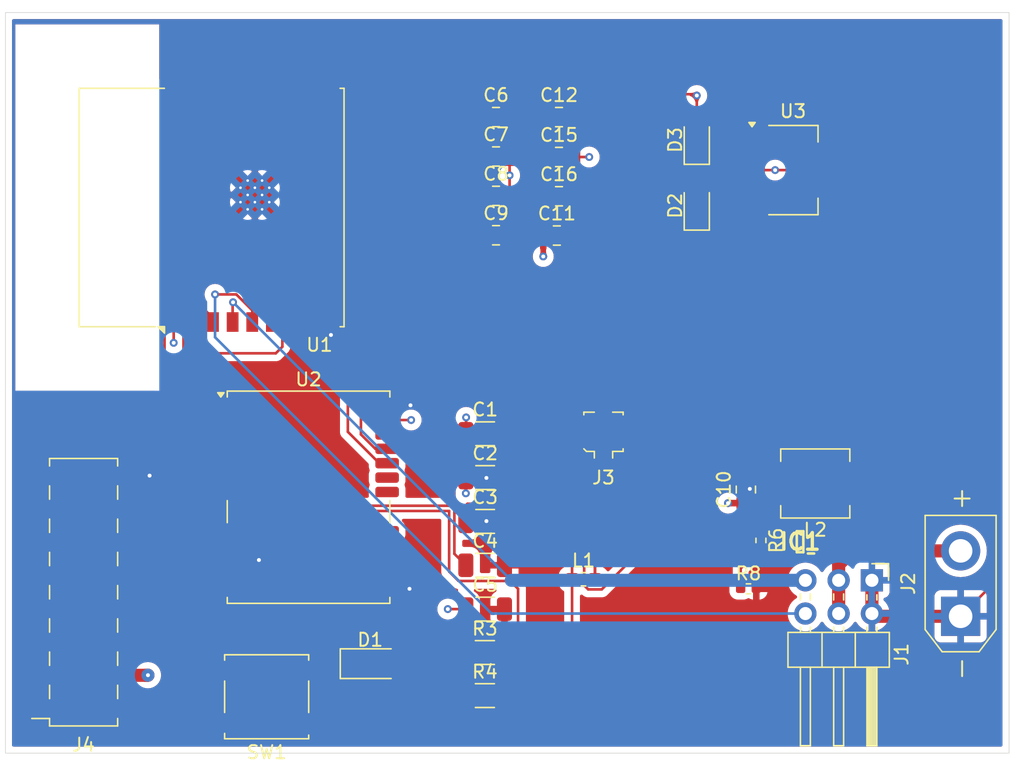
<source format=kicad_pcb>
(kicad_pcb (version 20240108) (generator "pcbnew") (generator_version "8.0")
  (layers (0 "F.Cu" signal) (1 "In1.Cu" signal "GND.Cu") (2 "In2.Cu" signal "PWR.Cu") (31 "B.Cu" signal) (34 "B.Paste" user) (35 "F.Paste" user) (36 "B.SilkS" user "B.Silkscreen") (37 "F.SilkS" user "F.Silkscreen") (38 "B.Mask" user) (39 "F.Mask" user) (44 "Edge.Cuts" user))
  (net 0 "")
  (net 1 "Net-(D2-K)")
  (net 2 "Net-(U1-EN)")
  (net 3 "VBUS")
  (net 4 "Servo2")
  (net 5 "Servo1")
  (net 6 "Net-(J3-In)")
  (net 9 "+3V3")
  (net 14 "GND")
  (net 17 "Net-(C3-Pad1)")
  (net 18 "+5V")
  (net 19 "Net-(D1-A)")
  (net 30 "UART2_RX")
  (net 31 "UART2_TX")
  (net 32 "Net-(U2-TIMEPULSE)")
  (net 33 "Net-(U2-VCC_RF)")
  (net 34 "RADIO_TX")
  (net 35 "RADIO_RX")
  (net 49 "7.4V")
  (net 50 "Net-(IC1-BST)")
  (net 51 "Net-(IC1-SW)")
  (net 52 "Net-(IC1-FB)")
  (footprint "Inductor_SMD:L_0603_1608Metric_Pad1.05x0.95mm_HandSolder" (layer "F.Cu") (at 154.565686 111.27)
    (property "Reference" "L1" (at 0 -1.43 0) (layer "F.SilkS"))
    (property "Value" "CI160808-33NJ")
    (pad "1" smd roundrect (at -0.875 0) (size 1.05 0.95) (layers "F.Cu" "F.Paste" "F.Mask") (net 17 "Net-(C3-Pad1)"))
    (pad "2" smd roundrect (at 0.875 0) (size 1.05 0.95) (layers "F.Cu" "F.Paste" "F.Mask") (net 6 "Net-(J3-In)"))
  )
  (footprint "Capacitor_SMD:C_0805_2012Metric_Pad1.18x1.45mm_HandSolder" (layer "F.Cu") (at 152.528186 85)
    (property "Reference" "C11" (at 0 -1.68 0) (layer "F.SilkS"))
    (property "Value" "22uF")
    (pad "1" smd roundrect (at -1.0375 0) (size 1.175 1.45) (layers "F.Cu" "F.Paste" "F.Mask") (roundrect_rratio 0.212766) (net 18 "+5V"))
    (pad "2" smd roundrect (at 1.0375 0) (size 1.175 1.45) (layers "F.Cu" "F.Paste" "F.Mask") (roundrect_rratio 0.212766) (net 14 "GND"))
  )
  (footprint "Connector_PinSocket_2.54mm:PinSocket_2x08_P2.54mm_Vertical_SMD" (layer "F.Cu") (at 116.385686 112.26 180)
    (property "Reference" "J4" (at 0 -11.66 0) (layer "F.SilkS"))
    (property "Value" "Conn_Radio")
    (pad "1" smd rect (at 2.52 -8.89 180) (size 3 1) (layers "F.Cu" "F.Paste" "F.Mask") (net 14 "GND"))
    (pad "2" smd rect (at -2.52 -8.89 180) (size 3 1) (layers "F.Cu" "F.Paste" "F.Mask") (net 14 "GND"))
    (pad "3" smd rect (at 2.52 -6.35 180) (size 3 1) (layers "F.Cu" "F.Paste" "F.Mask"))
    (pad "4" smd rect (at -2.52 -6.35 180) (size 3 1) (layers "F.Cu" "F.Paste" "F.Mask") (net 18 "+5V"))
    (pad "5" smd rect (at 2.52 -3.81 180) (size 3 1) (layers "F.Cu" "F.Paste" "F.Mask"))
    (pad "6" smd rect (at -2.52 -3.81 180) (size 3 1) (layers "F.Cu" "F.Paste" "F.Mask"))
    (pad "7" smd rect (at 2.52 -1.27 180) (size 3 1) (layers "F.Cu" "F.Paste" "F.Mask") (net 35 "RADIO_RX"))
    (pad "8" smd rect (at -2.52 -1.27 180) (size 3 1) (layers "F.Cu" "F.Paste" "F.Mask"))
    (pad "9" smd rect (at 2.52 1.27 180) (size 3 1) (layers "F.Cu" "F.Paste" "F.Mask") (net 34 "RADIO_TX"))
    (pad "10" smd rect (at -2.52 1.27 180) (size 3 1) (layers "F.Cu" "F.Paste" "F.Mask"))
    (pad "11" smd rect (at 2.52 3.81 180) (size 3 1) (layers "F.Cu" "F.Paste" "F.Mask"))
    (pad "12" smd rect (at -2.52 3.81 180) (size 3 1) (layers "F.Cu" "F.Paste" "F.Mask"))
    (pad "13" smd rect (at 2.52 6.35 180) (size 3 1) (layers "F.Cu" "F.Paste" "F.Mask"))
    (pad "14" smd rect (at -2.52 6.35 180) (size 3 1) (layers "F.Cu" "F.Paste" "F.Mask"))
    (pad "15" smd rect (at 2.52 8.89 180) (size 3 1) (layers "F.Cu" "F.Paste" "F.Mask"))
    (pad "16" smd rect (at -2.52 8.89 180) (size 3 1) (layers "F.Cu" "F.Paste" "F.Mask") (net 14 "GND"))
  )
  (footprint "SamacSys_Parts:SOTFL50P160X60-6N" (layer "F.Cu") (at 171.103686 108.4 180)
    (property "Reference" "IC1" (at 0 0 0) (layer "F.SilkS") (effects (font (size 1.27 1.27) (thickness 0.254))))
    (property "Value" "TPS563231DRLR" (hide yes))
    (pad "1" smd rect (at -0.838 -0.5 270) (size 0.3 0.475) (layers "F.Cu" "F.Paste" "F.Mask") (net 49 "7.4V"))
    (pad "2" smd rect (at -0.838 0 270) (size 0.3 0.475) (layers "F.Cu" "F.Paste" "F.Mask") (net 51 "Net-(IC1-SW)"))
    (pad "3" smd rect (at -0.838 0.5 270) (size 0.3 0.475) (layers "F.Cu" "F.Paste" "F.Mask") (net 14 "GND"))
    (pad "4" smd rect (at 0.838 0.5 270) (size 0.3 0.475) (layers "F.Cu" "F.Paste" "F.Mask") (net 50 "Net-(IC1-BST)"))
    (pad "5" smd rect (at 0.838 0 270) (size 0.3 0.475) (layers "F.Cu" "F.Paste" "F.Mask") (net 49 "7.4V"))
    (pad "6" smd rect (at 0.838 -0.5 270) (size 0.3 0.475) (layers "F.Cu" "F.Paste" "F.Mask") (net 52 "Net-(IC1-FB)"))
  )
  (footprint "Capacitor_SMD:C_0805_2012Metric_Pad1.18x1.45mm_HandSolder" (layer "F.Cu") (at 166.965686 104.4125 90)
    (property "Reference" "C10" (at 0 -1.68 90) (layer "F.SilkS"))
    (property "Value" "22uF")
    (pad "1" smd roundrect (at -1.0375 0 90) (size 1.175 1.45) (layers "F.Cu" "F.Paste" "F.Mask") (roundrect_rratio 0.212766) (net 18 "+5V"))
    (pad "2" smd roundrect (at 1.0375 0 90) (size 1.175 1.45) (layers "F.Cu" "F.Paste" "F.Mask") (roundrect_rratio 0.212766) (net 14 "GND"))
  )
  (footprint "Diode_SMD:D_0805_2012Metric_Pad1.15x1.40mm_HandSolder" (layer "F.Cu") (at 163.215686 82.725 90)
    (property "Reference" "D2" (at 0 -1.65 90) (layer "F.SilkS"))
    (property "Value" "D_Schottky")
    (pad "1" smd roundrect (at -1.025 0 90) (size 1.15 1.4) (layers "F.Cu" "F.Paste" "F.Mask") (roundrect_rratio 0.217391) (net 1 "Net-(D2-K)"))
    (pad "2" smd roundrect (at 1.025 0 90) (size 1.15 1.4) (layers "F.Cu" "F.Paste" "F.Mask") (roundrect_rratio 0.217391) (net 3 "VBUS"))
  )
  (footprint "Connector_Coaxial:U.FL_Molex_MCRF_73412-0110_Vertical" (layer "F.Cu") (at 156.090686 100)
    (property "Reference" "J3" (at 0 3.5 0) (layer "F.SilkS"))
    (property "Value" "Conn_Coaxial")
    (pad "1" smd rect (at 0 1.5) (size 1 1) (layers "F.Cu" "F.Paste" "F.Mask") (net 6 "Net-(J3-In)"))
    (pad "2" smd rect (at -1.475 0) (size 1.05 2.2) (layers "F.Cu" "F.Paste" "F.Mask") (net 14 "GND"))
    (pad "2" smd rect (at 0 -1.5) (size 1 1) (layers "F.Cu" "F.Paste" "F.Mask") (net 14 "GND"))
    (pad "2" smd rect (at 1.475 0) (size 1.05 2.2) (layers "F.Cu" "F.Paste" "F.Mask") (net 14 "GND"))
  )
  (footprint "RF_GPS:ublox_NEO" (layer "F.Cu") (at 133.565686 105)
    (property "Reference" "U2" (at 0 -9 0) (layer "F.SilkS"))
    (property "Value" "NEO-M9N")
    (pad "1" smd roundrect (at -6 -7) (size 1.8 0.8) (layers "F.Cu" "F.Paste" "F.Mask"))
    (pad "2" smd roundrect (at -6 -5.9) (size 1.8 0.8) (layers "F.Cu" "F.Paste" "F.Mask"))
    (pad "3" smd roundrect (at -6 -4.8) (size 1.8 0.8) (layers "F.Cu" "F.Paste" "F.Mask") (net 32 "Net-(U2-TIMEPULSE)"))
    (pad "4" smd roundrect (at -6 -3.7) (size 1.8 0.8) (layers "F.Cu" "F.Paste" "F.Mask"))
    (pad "5" smd roundrect (at -6 -2.6) (size 1.8 0.8) (layers "F.Cu" "F.Paste" "F.Mask"))
    (pad "6" smd roundrect (at -6 -1.5) (size 1.8 0.8) (layers "F.Cu" "F.Paste" "F.Mask"))
    (pad "7" smd roundrect (at -6 -0.4) (size 1.8 0.8) (layers "F.Cu" "F.Paste" "F.Mask"))
    (pad "8" smd roundrect (at -6 2.6) (size 1.8 0.8) (layers "F.Cu" "F.Paste" "F.Mask"))
    (pad "9" smd roundrect (at -6 3.7) (size 1.8 0.8) (layers "F.Cu" "F.Paste" "F.Mask") (net 33 "Net-(U2-VCC_RF)"))
    (pad "10" smd roundrect (at -6 4.8) (size 1.8 0.8) (layers "F.Cu" "F.Paste" "F.Mask") (net 14 "GND"))
    (pad "11" smd roundrect (at -6 5.9) (size 1.8 0.8) (layers "F.Cu" "F.Paste" "F.Mask") (net 6 "Net-(J3-In)"))
    (pad "12" smd roundrect (at -6 7) (size 1.8 0.8) (layers "F.Cu" "F.Paste" "F.Mask") (net 14 "GND"))
    (pad "13" smd roundrect (at 6 7) (size 1.8 0.8) (layers "F.Cu" "F.Paste" "F.Mask") (net 14 "GND"))
    (pad "14" smd roundrect (at 6 5.9) (size 1.8 0.8) (layers "F.Cu" "F.Paste" "F.Mask"))
    (pad "15" smd roundrect (at 6 4.8) (size 1.8 0.8) (layers "F.Cu" "F.Paste" "F.Mask"))
    (pad "16" smd roundrect (at 6 3.7) (size 1.8 0.8) (layers "F.Cu" "F.Paste" "F.Mask"))
    (pad "17" smd roundrect (at 6 2.6) (size 1.8 0.8) (layers "F.Cu" "F.Paste" "F.Mask"))
    (pad "18" smd roundrect (at 6 -0.4) (size 1.8 0.8) (layers "F.Cu" "F.Paste" "F.Mask"))
    (pad "19" smd roundrect (at 6 -1.5) (size 1.8 0.8) (layers "F.Cu" "F.Paste" "F.Mask"))
    (pad "20" smd roundrect (at 6 -2.6) (size 1.8 0.8) (layers "F.Cu" "F.Paste" "F.Mask") (net 30 "UART2_RX"))
    (pad "21" smd roundrect (at 6 -3.7) (size 1.8 0.8) (layers "F.Cu" "F.Paste" "F.Mask") (net 31 "UART2_TX"))
    (pad "22" smd roundrect (at 6 -4.8) (size 1.8 0.8) (layers "F.Cu" "F.Paste" "F.Mask"))
    (pad "23" smd roundrect (at 6 -5.9) (size 1.8 0.8) (layers "F.Cu" "F.Paste" "F.Mask") (net 9 "+3V3"))
    (pad "24" smd roundrect (at 6 -7) (size 1.8 0.8) (layers "F.Cu" "F.Paste" "F.Mask") (net 14 "GND"))
  )
  (footprint "Capacitor_SMD:C_1206_3216Metric" (layer "F.Cu") (at 147.052686 103.5)
    (property "Reference" "C2" (at 0 -1.85 0) (layer "F.SilkS"))
    (property "Value" "100nF")
    (pad "1" smd roundrect (at -1.475 0) (size 1.15 1.8) (layers "F.Cu" "F.Paste" "F.Mask") (roundrect_rratio 0.217391) (net 9 "+3V3"))
    (pad "2" smd roundrect (at 1.475 0) (size 1.15 1.8) (layers "F.Cu" "F.Paste" "F.Mask") (roundrect_rratio 0.217391) (net 14 "GND"))
  )
  (footprint "Package_TO_SOT_SMD:SOT-223-3_TabPin2" (layer "F.Cu") (at 170.565686 80)
    (property "Reference" "U3" (at 0 -4.5 0) (layer "F.SilkS"))
    (property "Value" "LD1117S33TR_SOT223")
    (pad "1" smd roundrect (at -3.15 -2.3) (size 2 1.5) (layers "F.Cu" "F.Paste" "F.Mask") (net 14 "GND"))
    (pad "2" smd roundrect (at -3.15 0) (size 2 1.5) (layers "F.Cu" "F.Paste" "F.Mask") (net 9 "+3V3"))
    (pad "2" smd roundrect (at 3.15 0) (size 2 3.8) (layers "F.Cu" "F.Paste" "F.Mask") (net 9 "+3V3"))
    (pad "3" smd roundrect (at -3.15 2.3) (size 2 1.5) (layers "F.Cu" "F.Paste" "F.Mask") (net 1 "Net-(D2-K)"))
  )
  (footprint "Capacitor_SMD:C_1206_3216Metric" (layer "F.Cu") (at 147.052686 100.15)
    (property "Reference" "C1" (at 0 -1.85 0) (layer "F.SilkS"))
    (property "Value" "4.7uF")
    (pad "1" smd roundrect (at -1.475 0) (size 1.15 1.8) (layers "F.Cu" "F.Paste" "F.Mask") (roundrect_rratio 0.217391) (net 9 "+3V3"))
    (pad "2" smd roundrect (at 1.475 0) (size 1.15 1.8) (layers "F.Cu" "F.Paste" "F.Mask") (roundrect_rratio 0.217391) (net 14 "GND"))
  )
  (footprint "Capacitor_SMD:C_1206_3216Metric" (layer "F.Cu") (at 147.052686 106.85)
    (property "Reference" "C3" (at 0 -1.85 0) (layer "F.SilkS"))
    (property "Value" "47pF")
    (pad "1" smd roundrect (at -1.475 0) (size 1.15 1.8) (layers "F.Cu" "F.Paste" "F.Mask") (roundrect_rratio 0.217391) (net 17 "Net-(C3-Pad1)"))
    (pad "2" smd roundrect (at 1.475 0) (size 1.15 1.8) (layers "F.Cu" "F.Paste" "F.Mask") (roundrect_rratio 0.217391) (net 14 "GND"))
  )
  (footprint "Resistor_SMD:R_0402_1005Metric_Pad0.72x0.64mm_HandSolder" (layer "F.Cu") (at 168.115686 108.3 -90)
    (property "Reference" "R6" (at 0 -1.17 90) (layer "F.SilkS"))
    (property "Value" "73.2k")
    (pad "1" smd roundrect (at -0.5975 0 270) (size 0.715 0.64) (layers "F.Cu" "F.Paste" "F.Mask") (net 18 "+5V"))
    (pad "2" smd roundrect (at 0.5975 0 270) (size 0.715 0.64) (layers "F.Cu" "F.Paste" "F.Mask") (net 52 "Net-(IC1-FB)"))
  )
  (footprint "Capacitor_SMD:C_0805_2012Metric_Pad1.18x1.45mm_HandSolder" (layer "F.Cu") (at 147.882686 84.98)
    (property "Reference" "C9" (at 0 -1.68 0) (layer "F.SilkS"))
    (property "Value" "100nF")
    (pad "1" smd roundrect (at -1.0375 0) (size 1.175 1.45) (layers "F.Cu" "F.Paste" "F.Mask") (roundrect_rratio 0.212766) (net 50 "Net-(IC1-BST)"))
    (pad "2" smd roundrect (at 1.0375 0) (size 1.175 1.45) (layers "F.Cu" "F.Paste" "F.Mask") (roundrect_rratio 0.212766) (net 51 "Net-(IC1-SW)"))
  )
  (footprint "Diode_SMD:D_0805_2012Metric_Pad1.15x1.40mm_HandSolder" (layer "F.Cu") (at 163.215686 77.7 90)
    (property "Reference" "D3" (at 0 -1.65 90) (layer "F.SilkS"))
    (property "Value" "D_Schottky")
    (pad "1" smd roundrect (at -1.025 0 90) (size 1.15 1.4) (layers "F.Cu" "F.Paste" "F.Mask") (roundrect_rratio 0.217391) (net 1 "Net-(D2-K)"))
    (pad "2" smd roundrect (at 1.025 0 90) (size 1.15 1.4) (layers "F.Cu" "F.Paste" "F.Mask") (roundrect_rratio 0.217391) (net 18 "+5V"))
  )
  (footprint "Inductor_SMD:L_Vishay_IHLP-2020" (layer "F.Cu") (at 172.265686 103.95 180)
    (property "Reference" "L2" (at 0 -3.54 0) (layer "F.SilkS"))
    (property "Value" "3.3uH")
    (pad "1" smd rect (at -2.4265 0 180) (size 1.903 2.79) (layers "F.Cu" "F.Paste" "F.Mask") (net 51 "Net-(IC1-SW)"))
    (pad "2" smd rect (at 2.4265 0 180) (size 1.903 2.79) (layers "F.Cu" "F.Paste" "F.Mask") (net 18 "+5V"))
  )
  (footprint "Capacitor_SMD:C_0805_2012Metric_Pad1.18x1.45mm_HandSolder" (layer "F.Cu") (at 147.882686 75.95)
    (property "Reference" "C6" (at 0 -1.68 0) (layer "F.SilkS"))
    (property "Value" "10nF")
    (pad "1" smd roundrect (at -1.0375 0) (size 1.175 1.45) (layers "F.Cu" "F.Paste" "F.Mask") (roundrect_rratio 0.212766) (net 14 "GND"))
    (pad "2" smd roundrect (at 1.0375 0) (size 1.175 1.45) (layers "F.Cu" "F.Paste" "F.Mask") (roundrect_rratio 0.212766) (net 49 "7.4V"))
  )
  (footprint "RF_Module:ESP32-C3-WROOM-02" (layer "F.Cu") (at 129.265686 82.86 90)
    (property "Reference" "U1" (at -10.5 5.13 0) (layer "F.SilkS"))
    (property "Value" "ESP32-C3")
    (pad "1" smd rect (at -8.75 -6 90) (size 1.5 0.9) (layers "F.Cu" "F.Paste" "F.Mask") (net 9 "+3V3"))
    (pad "2" smd rect (at -8.75 -4.5 90) (size 1.5 0.9) (layers "F.Cu" "F.Paste" "F.Mask") (net 2 "Net-(U1-EN)"))
    (pad "3" smd rect (at -8.75 -3 90) (size 1.5 0.9) (layers "F.Cu" "F.Paste" "F.Mask") (net 34 "RADIO_TX"))
    (pad "4" smd rect (at -8.75 -1.5 90) (size 1.5 0.9) (layers "F.Cu" "F.Paste" "F.Mask") (net 5 "Servo1"))
    (pad "5" smd rect (at -8.75 0 90) (size 1.5 0.9) (layers "F.Cu" "F.Paste" "F.Mask") (net 4 "Servo2"))
    (pad "6" smd rect (at -8.75 1.5 90) (size 1.5 0.9) (layers "F.Cu" "F.Paste" "F.Mask"))
    (pad "7" smd rect (at -8.75 3 90) (size 1.5 0.9) (layers "F.Cu" "F.Paste" "F.Mask"))
    (pad "8" smd rect (at -8.75 4.5 90) (size 1.5 0.9) (layers "F.Cu" "F.Paste" "F.Mask"))
    (pad "9" smd rect (at -8.75 6 90) (size 1.5 0.9) (layers "F.Cu" "F.Paste" "F.Mask") (net 14 "GND"))
    (pad "10" smd rect (at 8.75 6 90) (size 1.5 0.9) (layers "F.Cu" "F.Paste" "F.Mask"))
    (pad "11" smd rect (at 8.75 4.5 90) (size 1.5 0.9) (layers "F.Cu" "F.Paste" "F.Mask") (net 30 "UART2_RX"))
    (pad "12" smd rect (at 8.75 3 90) (size 1.5 0.9) (layers "F.Cu" "F.Paste" "F.Mask") (net 31 "UART2_TX"))
    (pad "13" smd rect (at 8.75 1.5 90) (size 1.5 0.9) (layers "F.Cu" "F.Paste" "F.Mask"))
    (pad "14" smd rect (at 8.75 0 90) (size 1.5 0.9) (layers "F.Cu" "F.Paste" "F.Mask"))
    (pad "15" smd rect (at 8.75 -1.5 90) (size 1.5 0.9) (layers "F.Cu" "F.Paste" "F.Mask") (net 35 "RADIO_RX"))
    (pad "16" smd rect (at 8.75 -3 90) (size 1.5 0.9) (layers "F.Cu" "F.Paste" "F.Mask"))
    (pad "17" smd rect (at 8.75 -4.5 90) (size 1.5 0.9) (layers "F.Cu" "F.Paste" "F.Mask"))
    (pad "18" smd rect (at 8.75 -6 90) (size 1.5 0.9) (layers "F.Cu" "F.Paste" "F.Mask"))
    (pad "19" thru_hole circle (at -0.14 -0.35 90) (size 0.6 0.6) (drill 0.2) (property pad_prop_heatsink) (layers "*.Cu" "F.Mask") (net 14 "GND"))
    (pad "19" thru_hole circle (at -0.14 0.75 90) (size 0.6 0.6) (drill 0.2) (property pad_prop_heatsink) (layers "*.Cu" "F.Mask") (net 14 "GND"))
    (pad "19" thru_hole circle (at 0.41 -0.9 90) (size 0.6 0.6) (drill 0.2) (property pad_prop_heatsink) (layers "*.Cu" "F.Mask") (net 14 "GND"))
    (pad "19" thru_hole circle (at 0.41 0.2 90) (size 0.6 0.6) (drill 0.2) (property pad_prop_heatsink) (layers "*.Cu" "F.Mask") (net 14 "GND"))
    (pad "19" thru_hole circle (at 0.41 1.3 90) (size 0.6 0.6) (drill 0.2) (property pad_prop_heatsink) (layers "*.Cu" "F.Mask") (net 14 "GND"))
    (pad "19" thru_hole circle (at 0.96 -0.35 90) (size 0.6 0.6) (drill 0.2) (property pad_prop_heatsink) (layers "*.Cu" "F.Mask") (net 14 "GND"))
    (pad "19" smd rect (at 0.96 0.2 90) (size 2.9 2.9) (layers "F.Cu" "F.Mask") (net 14 "GND"))
    (pad "19" thru_hole circle (at 0.96 0.75 90) (size 0.6 0.6) (drill 0.2) (property pad_prop_heatsink) (layers "*.Cu" "F.Mask") (net 14 "GND"))
    (pad "19" thru_hole circle (at 1.51 -0.9 90) (size 0.6 0.6) (drill 0.2) (property pad_prop_heatsink) (layers "*.Cu" "F.Mask") (net 14 "GND"))
    (pad "19" thru_hole circle (at 1.51 0.2 90) (size 0.6 0.6) (drill 0.2) (property pad_prop_heatsink) (layers "*.Cu" "F.Mask") (net 14 "GND"))
    (pad "19" thru_hole circle (at 1.51 1.3 90) (size 0.6 0.6) (drill 0.2) (property pad_prop_heatsink) (layers "*.Cu" "F.Mask") (net 14 "GND"))
    (pad "19" thru_hole circle (at 2.06 -0.35 90) (size 0.6 0.6) (drill 0.2) (property pad_prop_heatsink) (layers "*.Cu" "F.Mask") (net 14 "GND"))
    (pad "19" thru_hole circle (at 2.06 0.75 90) (size 0.6 0.6) (drill 0.2) (property pad_prop_heatsink) (layers "*.Cu" "F.Mask") (net 14 "GND"))
    (zone (net 0) (net_name "") (layers "*.Cu") (connect_pads (clearance 0)) (min_thickness 0.254)
      (keepout (tracks not_allowed) (vias not_allowed) (pads not_allowed) (copperpour not_allowed) (footprints not_allowed))
      (fill (thermal_gap 0.508) (thermal_bridge_width 0.508))
      (polygon (pts (xy 122.165686 96.86) (xy 122.165686 68.86) (xy 111.165686 68.86) (xy 111.165686 96.86)))
    )
  )
  (footprint "Button_Switch_SMD:SW_Push_1P1T_NO_CK_KSC6xxJ" (layer "F.Cu") (at 130.365686 120.25)
    (property "Reference" "SW1" (at 0 4.24 0) (layer "F.SilkS"))
    (property "Value" "SW_DIP_x01")
    (pad "1" smd rect (at -2.9 -2) (size 2.8 1) (layers "F.Cu" "F.Paste" "F.Mask") (net 14 "GND"))
    (pad "1" smd rect (at 2.9 -2) (size 2.8 1) (layers "F.Cu" "F.Paste" "F.Mask") (net 14 "GND"))
    (pad "2" smd rect (at -2.9 2) (size 2.8 1) (layers "F.Cu" "F.Paste" "F.Mask") (net 2 "Net-(U1-EN)"))
    (pad "2" smd rect (at 2.9 2) (size 2.8 1) (layers "F.Cu" "F.Paste" "F.Mask") (net 2 "Net-(U1-EN)"))
  )
  (footprint "Resistor_SMD:R_1206_3216Metric" (layer "F.Cu") (at 147.032686 120.16)
    (property "Reference" "R4" (at 0 -1.82 0) (layer "F.SilkS"))
    (property "Value" "10R")
    (pad "1" smd roundrect (at -1.4625 0) (size 1.125 1.75) (layers "F.Cu" "F.Paste" "F.Mask") (roundrect_rratio 0.222222) (net 33 "Net-(U2-VCC_RF)"))
    (pad "2" smd roundrect (at 1.4625 0) (size 1.125 1.75) (layers "F.Cu" "F.Paste" "F.Mask") (roundrect_rratio 0.222222) (net 17 "Net-(C3-Pad1)"))
  )
  (footprint "Connector_AMASS:AMASS_XT30UPB-F_1x02_P5.0mm_Vertical" (layer "F.Cu") (at 183.365686 114.1 90)
    (property "Reference" "J2" (at 2.5 -4 90) (layer "F.SilkS"))
    (property "Value" "PowerBAT")
    (fp_text user "+" (at 9 0 90) (layer "F.SilkS") (effects (font (size 1.5 1.5))))
    (fp_text user "-" (at -4 0 90) (layer "F.SilkS") (effects (font (size 1.5 1.5))))
    (pad "1" thru_hole rect (at 0 0 90) (size 3 3) (drill 1.8) (layers "*.Cu" "*.Mask") (net 14 "GND"))
    (pad "2" thru_hole circle (at 5 0 90) (size 3 3) (drill 1.8) (layers "*.Cu" "*.Mask") (net 49 "7.4V"))
  )
  (footprint "Capacitor_SMD:C_0805_2012Metric_Pad1.18x1.45mm_HandSolder" (layer "F.Cu") (at 147.882686 81.97)
    (property "Reference" "C8" (at 0 -1.68 0) (layer "F.SilkS"))
    (property "Value" "100nF")
    (pad "1" smd roundrect (at -1.0375 0) (size 1.175 1.45) (layers "F.Cu" "F.Paste" "F.Mask") (roundrect_rratio 0.212766) (net 14 "GND"))
    (pad "2" smd roundrect (at 1.0375 0) (size 1.175 1.45) (layers "F.Cu" "F.Paste" "F.Mask") (roundrect_rratio 0.212766) (net 49 "7.4V"))
  )
  (footprint "Capacitor_SMD:C_0805_2012Metric_Pad1.18x1.45mm_HandSolder" (layer "F.Cu") (at 147.882686 78.96)
    (property "Reference" "C7" (at 0 -1.68 0) (layer "F.SilkS"))
    (property "Value" "10nF")
    (pad "1" smd roundrect (at -1.0375 0) (size 1.175 1.45) (layers "F.Cu" "F.Paste" "F.Mask") (roundrect_rratio 0.212766) (net 14 "GND"))
    (pad "2" smd roundrect (at 1.0375 0) (size 1.175 1.45) (layers "F.Cu" "F.Paste" "F.Mask") (roundrect_rratio 0.212766) (net 49 "7.4V"))
  )
  (footprint "Capacitor_SMD:C_0805_2012Metric_Pad1.18x1.45mm_HandSolder" (layer "F.Cu") (at 152.692686 79)
    (property "Reference" "C15" (at 0 -1.68 0) (layer "F.SilkS"))
    (property "Value" "10nF")
    (pad "1" smd roundrect (at -1.0375 0) (size 1.175 1.45) (layers "F.Cu" "F.Paste" "F.Mask") (roundrect_rratio 0.212766) (net 14 "GND"))
    (pad "2" smd roundrect (at 1.0375 0) (size 1.175 1.45) (layers "F.Cu" "F.Paste" "F.Mask") (roundrect_rratio 0.212766) (net 9 "+3V3"))
  )
  (footprint "Capacitor_SMD:C_1206_3216Metric" (layer "F.Cu") (at 147.052686 113.55)
    (property "Reference" "C5" (at 0 -1.85 0) (layer "F.SilkS"))
    (property "Value" "10uF")
    (pad "1" smd roundrect (at -1.475 0) (size 1.15 1.8) (layers "F.Cu" "F.Paste" "F.Mask") (roundrect_rratio 0.217391) (net 9 "+3V3"))
    (pad "2" smd roundrect (at 1.475 0) (size 1.15 1.8) (layers "F.Cu" "F.Paste" "F.Mask") (roundrect_rratio 0.217391) (net 14 "GND"))
  )
  (footprint "Resistor_SMD:R_0402_1005Metric_Pad0.72x0.64mm_HandSolder" (layer "F.Cu") (at 167.163186 112)
    (property "Reference" "R8" (at 0 -1.17 0) (layer "F.SilkS"))
    (property "Value" "10k")
    (pad "1" smd roundrect (at -0.5975 0) (size 0.715 0.64) (layers "F.Cu" "F.Paste" "F.Mask") (net 52 "Net-(IC1-FB)"))
    (pad "2" smd roundrect (at 0.5975 0) (size 0.715 0.64) (layers "F.Cu" "F.Paste" "F.Mask") (net 14 "GND"))
  )
  (footprint "LED_SMD:LED_1206_3216Metric" (layer "F.Cu") (at 138.272686 117.72)
    (property "Reference" "D1" (at 0 -1.82 0) (layer "F.SilkS"))
    (property "Value" "LED")
    (pad "1" smd roundrect (at -1.4 0) (size 1.25 1.75) (layers "F.Cu" "F.Paste" "F.Mask") (roundrect_rratio 0.2) (net 14 "GND"))
    (pad "2" smd roundrect (at 1.4 0) (size 1.25 1.75) (layers "F.Cu" "F.Paste" "F.Mask") (roundrect_rratio 0.2) (net 19 "Net-(D1-A)"))
  )
  (footprint "Capacitor_SMD:C_1206_3216Metric" (layer "F.Cu") (at 147.052686 110.2)
    (property "Reference" "C4" (at 0 -1.85 0) (layer "F.SilkS"))
    (property "Value" "100nF")
    (pad "1" smd roundrect (at -1.475 0) (size 1.15 1.8) (layers "F.Cu" "F.Paste" "F.Mask") (roundrect_rratio 0.217391) (net 1 "Net-(D2-K)"))
    (pad "2" smd roundrect (at 1.475 0) (size 1.15 1.8) (layers "F.Cu" "F.Paste" "F.Mask") (roundrect_rratio 0.217391) (net 14 "GND"))
  )
  (footprint "Capacitor_SMD:C_0805_2012Metric_Pad1.18x1.45mm_HandSolder" (layer "F.Cu") (at 152.692686 82)
    (property "Reference" "C16" (at 0 -1.68 0) (layer "F.SilkS"))
    (property "Value" "0.1uF")
    (pad "1" smd roundrect (at -1.0375 0) (size 1.175 1.45) (layers "F.Cu" "F.Paste" "F.Mask") (roundrect_rratio 0.212766) (net 2 "Net-(U1-EN)"))
    (pad "2" smd roundrect (at 1.0375 0) (size 1.175 1.45) (layers "F.Cu" "F.Paste" "F.Mask") (roundrect_rratio 0.212766) (net 14 "GND"))
  )
  (footprint "Resistor_SMD:R_1206_3216Metric" (layer "F.Cu") (at 147.032686 116.87)
    (property "Reference" "R3" (at 0 -1.82 0) (layer "F.SilkS"))
    (property "Value" "1k")
    (pad "1" smd roundrect (at -1.4625 0) (size 1.125 1.75) (layers "F.Cu" "F.Paste" "F.Mask") (roundrect_rratio 0.222222) (net 32 "Net-(U2-TIMEPULSE)"))
    (pad "2" smd roundrect (at 1.4625 0) (size 1.125 1.75) (layers "F.Cu" "F.Paste" "F.Mask") (roundrect_rratio 0.222222) (net 19 "Net-(D1-A)"))
  )
  (footprint "Connector_PinHeader_2.54mm:PinHeader_2x03_P2.54mm_Horizontal" (layer "F.Cu") (at 176.590686 111.35 -90)
    (property "Reference" "J1" (at 5.655 -2.27 90) (layer "F.SilkS"))
    (property "Value" "2x Servos")
    (pad "1" thru_hole rect (at 0 0 270) (size 1.7 1.7) (drill 1) (layers "*.Cu" "*.Mask") (net 14 "GND"))
    (pad "2" thru_hole oval (at 2.54 0 270) (size 1.7 1.7) (drill 1) (layers "*.Cu" "*.Mask") (net 14 "GND"))
    (pad "3" thru_hole oval (at 0 2.54 270) (size 1.7 1.7) (drill 1) (layers "*.Cu" "*.Mask") (net 49 "7.4V"))
    (pad "4" thru_hole oval (at 2.54 2.54 270) (size 1.7 1.7) (drill 1) (layers "*.Cu" "*.Mask") (net 49 "7.4V"))
    (pad "5" thru_hole oval (at 0 5.08 270) (size 1.7 1.7) (drill 1) (layers "*.Cu" "*.Mask") (net 5 "Servo1"))
    (pad "6" thru_hole oval (at 2.54 5.08 270) (size 1.7 1.7) (drill 1) (layers "*.Cu" "*.Mask") (net 4 "Servo2"))
  )
  (footprint "Capacitor_SMD:C_0805_2012Metric_Pad1.18x1.45mm_HandSolder" (layer "F.Cu") (at 152.692686 75.95)
    (property "Reference" "C12" (at 0 -1.68 0) (layer "F.SilkS"))
    (property "Value" "100nF")
    (pad "1" smd roundrect (at -1.0375 0) (size 1.175 1.45) (layers "F.Cu" "F.Paste" "F.Mask") (roundrect_rratio 0.212766) (net 18 "+5V"))
    (pad "2" smd roundrect (at 1.0375 0) (size 1.175 1.45) (layers "F.Cu" "F.Paste" "F.Mask") (roundrect_rratio 0.212766) (net 14 "GND"))
  )
  (gr_line (start 133.565686 74) (end 133.565686 75) (stroke (width 0.2)) (layer "F.Cu") (net 30))
  (gr_line (start 145.6 100.1) (end 145.6 99) (stroke (width 0.2)) (layer "F.Cu") (net 9))
  (gr_line (start 136.565686 100) (end 136.565686 73) (stroke (width 0.2)) (layer "F.Cu") (net 30))
  (gr_rect (start 110.415686 67.9592) (end 187.065686 124.5616) (stroke (width 0.05)) (fill none) (layer "Edge.Cuts"))
  (segment (start 163.010686 83.955) (end 145.610686 83.955) (width 0.2) (layer "F.Cu") (net 1))
  (segment (start 163.215686 83.75) (end 165.965686 83.75) (width 0.2) (layer "F.Cu") (net 1))
  (segment (start 144.702686 102.165686) (end 144.702686 109.325) (width 0.2) (layer "F.Cu") (net 1))
  (segment (start 144.868372 102) (end 144.702686 102.165686) (width 0.2) (layer "F.Cu") (net 1))
  (segment (start 163.215686 78.725) (end 162.840686 78.725) (width 0.2) (layer "F.Cu") (net 1))
  (segment (start 162.565686 97.541686) (end 162.565686 105.436722) (width 0.2) (layer "F.Cu") (net 1))
  (segment (start 148 97) (end 162.024 97) (width 0.2) (layer "F.Cu") (net 1))
  (segment (start 163.840686 78.725) (end 167.415686 82.3) (width 0.2) (layer "F.Cu") (net 1))
  (segment (start 155.957408 112.045) (end 154.923964 112.045) (width 0.2) (layer "F.Cu") (net 1))
  (segment (start 165.965686 83.75) (end 167.415686 82.3) (width 0.2) (layer "F.Cu") (net 1))
  (segment (start 163.215686 78.725) (end 163.840686 78.725) (width 0.2) (layer "F.Cu") (net 1))
  (segment (start 162.024 97) (end 162.565686 97.541686) (width 0.2) (layer "F.Cu") (net 1))
  (segment (start 154.615686 111.736722) (end 154.615686 102.444086) (width 0.2) (layer "F.Cu") (net 1))
  (segment (start 145.565686 94.565686) (end 148 97) (width 0.2) (layer "F.Cu") (net 1))
  (segment (start 145.610686 83.955) (end 145.565686 84) (width 0.2) (layer "F.Cu") (net 1))
  (segment (start 144.702686 109.325) (end 145.577686 110.2) (width 0.2) (layer "F.Cu") (net 1))
  (segment (start 163.215686 83.75) (end 163.010686 83.955) (width 0.2) (layer "F.Cu") (net 1))
  (segment (start 154.615686 102.444086) (end 154.1716 102) (width 0.2) (layer "F.Cu") (net 1))
  (segment (start 162.565686 105.436722) (end 155.957408 112.045) (width 0.2) (layer "F.Cu") (net 1))
  (segment (start 145.565686 84) (end 145.565686 94.565686) (width 0.2) (layer "F.Cu") (net 1))
  (segment (start 162.965686 84) (end 163.215686 83.75) (width 0.2) (layer "F.Cu") (net 1))
  (segment (start 154.923964 112.045) (end 154.615686 111.736722) (width 0.2) (layer "F.Cu") (net 1))
  (segment (start 154.1716 102) (end 144.868372 102) (width 0.2) (layer "F.Cu") (net 1))
  (segment (start 131.565686 93.5) (end 131.065686 94) (width 0.2) (layer "F.Cu") (net 2))
  (segment (start 124.565686 91.81) (end 124.565686 94) (width 0.2) (layer "F.Cu") (net 2))
  (segment (start 131.065686 94) (end 124.565686 94) (width 0.2) (layer "F.Cu") (net 2))
  (segment (start 138.5 71.934314) (end 137.565686 71) (width 0.2) (layer "F.Cu") (net 2))
  (segment (start 151.655186 82) (end 150.255186 83.4) (width 0.2) (layer "F.Cu") (net 2))
  (segment (start 124.765686 91.61) (end 124.565686 91.81) (width 0.2) (layer "F.Cu") (net 2))
  (segment (start 150.255186 83.4) (end 138.5 83.4) (width 0.2) (layer "F.Cu") (net 2))
  (segment (start 124.565686 119.35) (end 127.465686 122.25) (width 0.2) (layer "F.Cu") (net 2))
  (segment (start 124.565686 94) (end 124.565686 119.35) (width 0.2) (layer "F.Cu") (net 2))
  (segment (start 132.565686 71) (end 131.565686 72) (width 0.2) (layer "F.Cu") (net 2))
  (segment (start 138.5 83.4) (end 138.5 71.934314) (width 0.2) (layer "F.Cu") (net 2))
  (segment (start 127.465686 122.25) (end 133.265686 122.25) (width 0.2) (layer "F.Cu") (net 2))
  (segment (start 137.565686 71) (end 132.565686 71) (width 0.2) (layer "F.Cu") (net 2))
  (segment (start 131.565686 72) (end 131.565686 93.5) (width 0.2) (layer "F.Cu") (net 2))
  (segment (start 151.655186 82) (end 151.565686 82) (width 0.2) (layer "F.Cu") (net 2))
  (segment (start 128.048529 89.5) (end 129.265686 90.717157) (width 0.2) (layer "F.Cu") (net 4))
  (segment (start 126.425 89.5) (end 128.048529 89.5) (width 0.2) (layer "F.Cu") (net 4))
  (segment (start 129.265686 90.717157) (end 129.265686 91.61) (width 0.2) (layer "F.Cu") (net 4))
  (via (at 126.425 89.5) (size 0.6) (drill 0.3) (layers "F.Cu" "B.Cu") (net 4))
  (segment (start 147.7 113.9) (end 147.55 113.9) (width 0.2) (layer "B.Cu") (net 4))
  (segment (start 126.425 92.775) (end 126.425 89.5) (width 0.2) (layer "B.Cu") (net 4))
  (segment (start 147.71 113.89) (end 147.7 113.9) (width 0.2) (layer "B.Cu") (net 4))
  (segment (start 147.55 113.9) (end 126.425 92.775) (width 0.2) (layer "B.Cu") (net 4))
  (segment (start 171.510686 113.89) (end 147.71 113.89) (width 0.2) (layer "B.Cu") (net 4))
  (segment (start 127.765686 90.134314) (end 127.8 90.1) (width 0.2) (layer "F.Cu") (net 5))
  (segment (start 127.765686 91.61) (end 127.765686 90.134314) (width 0.2) (layer "F.Cu") (net 5))
  (via (at 127.8 90.1) (size 0.6) (drill 0.3) (layers "F.Cu" "B.Cu") (net 5))
  (segment (start 149.05 111.35) (end 127.8 90.1) (width 0.2) (layer "B.Cu") (net 5))
  (segment (start 171.510686 111.35) (end 149.05 111.35) (width 1) (layer "B.Cu") (net 5))
  (segment (start 155.440686 111.27) (end 155.440686 102.15) (width 0.2) (layer "F.Cu") (net 6))
  (segment (start 126.35 105.65) (end 144.302686 105.65) (width 0.2) (layer "F.Cu") (net 6))
  (segment (start 144.302686 102) (end 144.702686 101.6) (width 0.2) (layer "F.Cu") (net 6))
  (segment (start 144.302686 105.65) (end 144.302686 102) (width 0.2) (layer "F.Cu") (net 6))
  (segment (start 144.702686 101.6) (end 155.990686 101.6) (width 0.2) (layer "F.Cu") (net 6))
  (segment (start 155.440686 102.15) (end 156.090686 101.5) (width 0.2) (layer "F.Cu") (net 6))
  (segment (start 155.440686 108) (end 155.440686 111.27) (width 0.2) (layer "F.Cu") (net 6))
  (segment (start 127.565686 110.9) (end 125.565686 110.9) (width 0.2) (layer "F.Cu") (net 6))
  (segment (start 155.990686 101.6) (end 156.090686 101.5) (width 0.2) (layer "F.Cu") (net 6))
  (segment (start 125.565686 110.9) (end 125.565686 106.434314) (width 0.2) (layer "F.Cu") (net 6))
  (segment (start 125.565686 106.434314) (end 126.35 105.65) (width 0.2) (layer "F.Cu") (net 6))
  (segment (start 145.577686 113.55) (end 144.2 113.55) (width 0.2) (layer "F.Cu") (net 9))
  (segment (start 139.565686 99.1) (end 141.4 99.1) (width 0.2) (layer "F.Cu") (net 9))
  (segment (start 169.2 80) (end 173.715686 80) (width 0.2) (layer "F.Cu") (net 9))
  (segment (start 145.577686 104.702686) (end 145.577686 103.5) (width 0.2) (layer "F.Cu") (net 9))
  (segment (start 123.265686 91.61) (end 123.265686 93.2) (width 0.2) (layer "F.Cu") (net 9))
  (segment (start 167.415686 80) (end 169.2 80) (width 0.2) (layer "F.Cu") (net 9))
  (segment (start 144.2 113.55) (end 144.15 113.55) (width 0.2) (layer "F.Cu") (net 9))
  (segment (start 153.730186 79) (end 155 79) (width 0.2) (layer "F.Cu") (net 9))
  (via (at 144.2 113.55) (size 0.6) (drill 0.3) (layers "F.Cu" "B.Cu") (net 9))
  (via (at 155 79) (size 0.6) (drill 0.3) (layers "F.Cu" "B.Cu") (net 9))
  (via (at 145.577686 104.702686) (size 0.6) (drill 0.3) (layers "F.Cu" "B.Cu") (net 9))
  (via (at 123.265686 93.2) (size 0.6) (drill 0.3) (layers "F.Cu" "B.Cu") (net 9))
  (via (at 145.6 98.9) (size 0.6) (drill 0.3) (layers "F.Cu" "B.Cu") (net 9))
  (via (at 169.2 80) (size 0.6) (drill 0.3) (layers "F.Cu" "B.Cu") (net 9))
  (via (at 141.4 99.1) (size 0.6) (drill 0.3) (layers "F.Cu" "B.Cu") (net 9))
  (segment (start 185.615686 108.25) (end 185.615686 111.85) (width 0.2) (layer "F.Cu") (net 14))
  (segment (start 172.841686 107) (end 184.365686 107) (width 0.2) (layer "F.Cu") (net 14))
  (segment (start 167.265686 104.45) (end 167.265686 104.3625) (width 0.2) (layer "F.Cu") (net 14))
  (segment (start 176.800686 114.1) (end 176.590686 113.89) (width 1) (layer "F.Cu") (net 14))
  (segment (start 176.590686 113.89) (end 176.590686 111.35) (width 1) (layer "F.Cu") (net 14))
  (segment (start 183.365686 114.1) (end 176.800686 114.1) (width 1) (layer "F.Cu") (net 14))
  (segment (start 166.965686 103.375) (end 166.965686 104.15) (width 0.2) (layer "F.Cu") (net 14))
  (segment (start 184.365686 107) (end 185.615686 108.25) (width 0.2) (layer "F.Cu") (net 14))
  (segment (start 171.941686 107.9) (end 172.841686 107) (width 0.2) (layer "F.Cu") (net 14))
  (segment (start 185.615686 111.85) (end 183.365686 114.1) (width 0.2) (layer "F.Cu") (net 14))
  (segment (start 166.965686 104.15) (end 167.265686 104.45) (width 0.2) (layer "F.Cu") (net 14))
  (via (at 129.775 109.8) (size 0.6) (drill 0.3) (layers "F.Cu" "B.Cu") (net 14))
  (via (at 141.35 97.975) (size 0.6) (drill 0.3) (layers "F.Cu" "B.Cu") (net 14))
  (via (at 147.15 103.525) (size 0.6) (drill 0.3) (layers "F.Cu" "B.Cu") (net 14))
  (via (at 141.275 112) (size 0.6) (drill 0.3) (layers "F.Cu" "B.Cu") (net 14))
  (via (at 147.15 106.825) (size 0.6) (drill 0.3) (layers "F.Cu" "B.Cu") (net 14))
  (via (at 135.275 92.6) (size 0.6) (drill 0.3) (layers "F.Cu" "B.Cu") (net 14))
  (via (at 121.425 103.35) (size 0.6) (drill 0.3) (layers "F.Cu" "B.Cu") (net 14))
  (via (at 167.265686 104.3625) (size 0.6) (drill 0.3) (layers "F.Cu" "B.Cu") (net 14))
  (segment (start 145.577686 106.85) (end 145.577686 105.622314) (width 0.2) (layer "F.Cu") (net 17))
  (segment (start 153.690686 114.9645) (end 153.690686 111.27) (width 0.2) (layer "F.Cu") (net 17))
  (segment (start 153.690686 105.989486) (end 153.690686 111.27) (width 0.2) (layer "F.Cu") (net 17))
  (segment (start 145.577686 105.622314) (end 145.7 105.5) (width 0.2) (layer "F.Cu") (net 17))
  (segment (start 148.495186 120.16) (end 153.690686 114.9645) (width 0.2) (layer "F.Cu") (net 17))
  (segment (start 145.7 105.5) (end 153.2012 105.5) (width 0.2) (layer "F.Cu") (net 17))
  (segment (start 153.2012 105.5) (end 153.690686 105.989486) (width 0.2) (layer "F.Cu") (net 17))
  (segment (start 166.965686 105.45) (end 167.815686 105.45) (width 0.2) (layer "F.Cu") (net 18))
  (segment (start 151.490686 85) (end 151.490686 86.6) (width 0.2) (layer "F.Cu") (net 18))
  (segment (start 118.905686 118.61) (end 121.29 118.61) (width 1) (layer "F.Cu") (net 18))
  (segment (start 168.115686 105.75) (end 168.115686 105.6735) (width 0.2) (layer "F.Cu") (net 18))
  (segment (start 163.215686 74.215686) (end 163.215686 74.3) (width 0.2) (layer "F.Cu") (net 18))
  (segment (start 163.2 74.2) (end 163.215686 74.215686) (width 0.2) (layer "F.Cu") (net 18))
  (segment (start 151.655186 75.95) (end 151.655186 74.344814) (width 0.2) (layer "F.Cu") (net 18))
  (segment (start 168.115686 105.6735) (end 169.839186 103.95) (width 0.2) (layer "F.Cu") (net 18))
  (segment (start 168.115686 107.7025) (end 168.115686 105.75) (width 0.2) (layer "F.Cu") (net 18))
  (segment (start 121.29 118.61) (end 121.3 118.6) (width 0.2) (layer "F.Cu") (net 18))
  (segment (start 166.965686 105.45) (end 165.6 105.45) (width 0.2) (layer "F.Cu") (net 18))
  (segment (start 151.8 74.2) (end 163.2 74.2) (width 0.2) (layer "F.Cu") (net 18))
  (segment (start 165.6 105.45) (end 165.55 105.45) (width 0.2) (layer "F.Cu") (net 18))
  (segment (start 167.815686 105.45) (end 168.115686 105.75) (width 0.2) (layer "F.Cu") (net 18))
  (segment (start 163.215686 74.3) (end 163.215686 76.675) (width 0.2) (layer "F.Cu") (net 18))
  (segment (start 151.490686 86.6) (end 151.490686 86.609314) (width 0.2) (layer "F.Cu") (net 18))
  (segment (start 151.655186 74.344814) (end 151.8 74.2) (width 0.2) (layer "F.Cu") (net 18))
  (via (at 121.3 118.6) (size 1) (drill 0.3) (layers "F.Cu" "B.Cu") (net 18))
  (via (at 151.490686 86.6) (size 0.6) (drill 0.3) (layers "F.Cu" "B.Cu") (net 18))
  (via (at 163.215686 74.3) (size 0.6) (drill 0.3) (layers "F.Cu" "B.Cu") (net 18))
  (via (at 165.6 105.45) (size 0.6) (drill 0.3) (layers "F.Cu" "B.Cu") (net 18))
  (segment (start 139.672686 117.72) (end 139.672686 118.107) (width 0.2) (layer "F.Cu") (net 19))
  (segment (start 145.022942 118.985) (end 146.1795 118.985) (width 0.2) (layer "F.Cu") (net 19))
  (segment (start 140.865942 119.300256) (end 144.707686 119.300256) (width 0.2) (layer "F.Cu") (net 19))
  (segment (start 148.2945 116.87) (end 148.495186 116.87) (width 0.2) (layer "F.Cu") (net 19))
  (segment (start 144.707686 119.300256) (end 145.022942 118.985) (width 0.2) (layer "F.Cu") (net 19))
  (segment (start 139.672686 118.107) (end 140.865942 119.300256) (width 0.2) (layer "F.Cu") (net 19))
  (segment (start 146.1795 118.985) (end 148.2945 116.87) (width 0.2) (layer "F.Cu") (net 19))
  (segment (start 136.565686 73) (end 136.209686 72.644) (width 0.2) (layer "F.Cu") (net 30))
  (segment (start 133.565686 72.936314) (end 133.565686 74) (width 0.2) (layer "F.Cu") (net 30))
  (segment (start 138.965686 102.4) (end 139.565686 102.4) (width 0.2) (layer "F.Cu") (net 30))
  (segment (start 133.858 72.644) (end 133.565686 72.936314) (width 0.2) (layer "F.Cu") (net 30))
  (segment (start 136.209686 72.644) (end 133.858 72.644) (width 0.2) (layer "F.Cu") (net 30))
  (segment (start 136.565686 100) (end 138.965686 102.4) (width 0.2) (layer "F.Cu") (net 30))
  (segment (start 137.565686 100.2) (end 138.665686 101.3) (width 0.2) (layer "F.Cu") (net 31))
  (segment (start 136.565686 72) (end 137.565686 73) (width 0.2) (layer "F.Cu") (net 31))
  (segment (start 132.315686 74.95) (end 132.315686 72.662314) (width 0.2) (layer "F.Cu") (net 31))
  (segment (start 137.565686 73) (end 137.565686 100.2) (width 0.2) (layer "F.Cu") (net 31))
  (segment (start 132.315686 72.662314) (end 132.978 72) (width 0.2) (layer "F.Cu") (net 31))
  (segment (start 132.978 72) (end 136.565686 72) (width 0.2) (layer "F.Cu") (net 31))
  (segment (start 138.665686 101.3) (end 139.565686 101.3) (width 0.2) (layer "F.Cu") (net 31))
  (segment (start 124.965686 100.6) (end 124.965686 115.4) (width 0.2) (layer "F.Cu") (net 32))
  (segment (start 139.300442 116.3075) (end 145.007686 116.3075) (width 0.2) (layer "F.Cu") (net 32))
  (segment (start 124.965686 115.4) (end 125.565686 116) (width 0.2) (layer "F.Cu") (net 32))
  (segment (start 125.565686 116) (end 138.992942 116) (width 0.2) (layer "F.Cu") (net 32))
  (segment (start 138.992942 116) (end 139.300442 116.3075) (width 0.2) (layer "F.Cu") (net 32))
  (segment (start 125.365686 100.2) (end 124.965686 100.6) (width 0.2) (layer "F.Cu") (net 32))
  (segment (start 127.565686 100.2) (end 125.365686 100.2) (width 0.2) (layer "F.Cu") (net 32))
  (segment (start 145.007686 116.3075) (end 145.570186 116.87) (width 0.2) (layer "F.Cu") (net 32))
  (segment (start 149.565686 112) (end 149.565686 118.260872) (width 0.2) (layer "F.Cu") (net 33))
  (segment (start 126.665686 108.7) (end 126.365686 108.4) (width 0.2) (layer "F.Cu") (net 33))
  (segment (start 144.302686 106.05) (end 144.302686 110.684744) (width 0.2) (layer "F.Cu") (net 33))
  (segment (start 148.841558 118.985) (end 146.745186 118.985) (width 0.2) (layer "F.Cu") (net 33))
  (segment (start 126.365686 106.2) (end 126.515686 106.05) (width 0.2) (layer "F.Cu") (net 33))
  (segment (start 145.017942 111.4) (end 148.965686 111.4) (width 0.2) (layer "F.Cu") (net 33))
  (segment (start 127.565686 108.7) (end 126.665686 108.7) (width 0.2) (layer "F.Cu") (net 33))
  (segment (start 126.365686 108.4) (end 126.365686 106.2) (width 0.2) (layer "F.Cu") (net 33))
  (segment (start 146.745186 118.985) (end 145.570186 120.16) (width 0.2) (layer "F.Cu") (net 33))
  (segment (start 149.565686 118.260872) (end 148.841558 118.985) (width 0.2) (layer "F.Cu") (net 33))
  (segment (start 126.515686 106.05) (end 144.302686 106.05) (width 0.2) (layer "F.Cu") (net 33))
  (segment (start 148.965686 111.4) (end 149.565686 112) (width 0.2) (layer "F.Cu") (net 33))
  (segment (start 144.302686 110.684744) (end 145.017942 111.4) (width 0.2) (layer "F.Cu") (net 33))
  (segment (start 124.015686 90.56) (end 125.515686 90.56) (width 0.2) (layer "F.Cu") (net 34))
  (segment (start 126.265686 91.31) (end 126.265686 91.61) (width 0.2) (layer "F.Cu") (net 34))
  (segment (start 111.8708 99) (end 123.565686 99) (width 0.2) (layer "F.Cu") (net 34))
  (segment (start 123.565686 99) (end 124.015686 98.55) (width 0.2) (layer "F.Cu") (net 34))
  (segment (start 111.565686 99.305114) (end 111.8708 99) (width 0.2) (layer "F.Cu") (net 34))
  (segment (start 113.865686 110.99) (end 111.565686 108.69) (width 0.2) (layer "F.Cu") (net 34))
  (segment (start 125.515686 90.56) (end 126.265686 91.31) (width 0.2) (layer "F.Cu") (net 34))
  (segment (start 111.565686 108.69) (end 111.565686 99.305114) (width 0.2) (layer "F.Cu") (net 34))
  (segment (start 124.015686 98.55) (end 124.015686 90.56) (width 0.2) (layer "F.Cu") (net 34))
  (segment (start 122.565686 82) (end 122.565686 98) (width 0.2) (layer "F.Cu") (net 35))
  (segment (start 127.815686 74.95) (end 127.815686 76.75) (width 0.2) (layer "F.Cu") (net 35))
  (segment (start 127.815686 76.75) (end 122.565686 82) (width 0.2) (layer "F.Cu") (net 35))
  (segment (start 111.400001 98.6) (end 111.015686 98.984315) (width 0.2) (layer "F.Cu") (net 35))
  (segment (start 111.015686 98.984315) (end 111.015686 110.68) (width 0.2) (layer "F.Cu") (net 35))
  (segment (start 111.015686 110.68) (end 113.865686 113.53) (width 0.2) (layer "F.Cu") (net 35))
  (segment (start 122.565686 98) (end 121.965686 98.6) (width 0.2) (layer "F.Cu") (net 35))
  (segment (start 121.965686 98.6) (end 111.400001 98.6) (width 0.2) (layer "F.Cu") (net 35))
  (segment (start 174.050686 113.89) (end 174.050686 111.35) (width 1) (layer "F.Cu") (net 49))
  (segment (start 174.050686 110.147919) (end 174.050686 111.35) (width 1) (layer "F.Cu") (net 49))
  (segment (start 148.920186 80.4) (end 148.920186 81.97) (width 0.2) (layer "F.Cu") (net 49))
  (segment (start 171.4385 108.9) (end 171.941686 108.9) (width 0.2) (layer "F.Cu") (net 49))
  (segment (start 170.9385 108.4) (end 171.4385 108.9) (width 0.2) (layer "F.Cu") (net 49))
  (segment (start 170.265686 108.4) (end 170.9385 108.4) (width 0.2) (layer "F.Cu") (net 49))
  (segment (start 171.941686 108.9) (end 172.802767 108.9) (width 0.2) (layer "F.Cu") (net 49))
  (segment (start 172.802767 108.9) (end 174.050686 110.147919) (width 0.2) (layer "F.Cu") (net 49))
  (segment (start 148.920186 78.96) (end 148.920186 80.4) (width 0.2) (layer "F.Cu") (net 49))
  (segment (start 175.098605 109.1) (end 174.050686 110.147919) (width 1) (layer "F.Cu") (net 49))
  (segment (start 148.920186 75.95) (end 148.920186 78.96) (width 0.2) (layer "F.Cu") (net 49))
  (segment (start 183.365686 109.1) (end 175.098605 109.1) (width 1) (layer "F.Cu") (net 49))
  (via (at 148.920186 80.4) (size 0.6) (drill 0.3) (layers "F.Cu" "B.Cu") (net 49))
  (segment (start 163.565686 96.560486) (end 163.565686 101.691286) (width 0.2) (layer "F.Cu") (net 50))
  (segment (start 171.090686 107.075) (end 170.265686 107.9) (width 0.2) (layer "F.Cu") (net 50))
  (segment (start 164.1294 102.255) (end 171.090686 102.255) (width 0.2) (layer "F.Cu") (net 50))
  (segment (start 146.845186 84.98) (end 146.845186 94.2795) (width 0.2) (layer "F.Cu") (net 50))
  (segment (start 171.090686 102.255) (end 171.090686 107.075) (width 0.2) (layer "F.Cu") (net 50))
  (segment (start 146.845186 94.2795) (end 148.565686 96) (width 0.2) (layer "F.Cu") (net 50))
  (segment (start 163.565686 101.691286) (end 164.1294 102.255) (width 0.2) (layer "F.Cu") (net 50))
  (segment (start 163.0052 96) (end 163.565686 96.560486) (width 0.2) (layer "F.Cu") (net 50))
  (segment (start 148.565686 96) (end 163.0052 96) (width 0.2) (layer "F.Cu") (net 50))
  (segment (start 171.504186 108.4) (end 171.404186 108.3) (width 0.2) (layer "F.Cu") (net 51))
  (segment (start 148.920186 93.3545) (end 150.565686 95) (width 0.2) (layer "F.Cu") (net 51))
  (segment (start 171.941686 108.4) (end 171.504186 108.4) (width 0.2) (layer "F.Cu") (net 51))
  (segment (start 174.692186 104.301414) (end 174.692186 103.95) (width 0.2) (layer "F.Cu") (net 51))
  (segment (start 148.920186 84.98) (end 148.920186 93.3545) (width 0.2) (layer "F.Cu") (net 51))
  (segment (start 164.565686 100.608486) (end 164.9572 101) (width 0.2) (layer "F.Cu") (net 51))
  (segment (start 171.404186 108.3) (end 171.404186 107.327186) (width 0.2) (layer "F.Cu") (net 51))
  (segment (start 174.692186 104.039186) (end 174.692186 103.95) (width 0.2) (layer "F.Cu") (net 51))
  (segment (start 171.404186 107.327186) (end 174.692186 104.039186) (width 0.2) (layer "F.Cu") (net 51))
  (segment (start 164.9572 101) (end 171.742186 101) (width 0.2) (layer "F.Cu") (net 51))
  (segment (start 150.565686 95) (end 163.7832 95) (width 0.2) (layer "F.Cu") (net 51))
  (segment (start 163.7832 95) (end 164.565686 95.782486) (width 0.2) (layer "F.Cu") (net 51))
  (segment (start 164.565686 95.782486) (end 164.565686 100.608486) (width 0.2) (layer "F.Cu") (net 51))
  (segment (start 171.742186 101) (end 174.692186 103.95) (width 0.2) (layer "F.Cu") (net 51))
  (segment (start 166.565686 110.4475) (end 168.115686 108.8975) (width 0.2) (layer "F.Cu") (net 52))
  (segment (start 166.565686 112) (end 166.565686 110.4475) (width 0.2) (layer "F.Cu") (net 52))
  (segment (start 168.115686 108.8975) (end 170.263186 108.8975) (width 0.2) (layer "F.Cu") (net 52))
  (segment (start 170.263186 108.8975) (end 170.265686 108.9) (width 0.2) (layer "F.Cu") (net 52))
  (zone (net 18) (net_name "+5V") (layer "F.Cu") (name "GND.cu") (priority 3) (connect_pads (clearance 0.5)) (min_thickness 0.25) (fill yes (thermal_gap 0.5) (thermal_bridge_width 0.5))
    (polygon (pts (xy 110 67) (xy 110 125) (xy 188 125) (xy 188 67)))
  )
  (zone (net 14) (net_name "GND") (layer "F.Cu") (name "GND.cu") (priority 4) (connect_pads (clearance 0.5)) (min_thickness 0.25) (fill yes (thermal_gap 0.5) (thermal_bridge_width 0.5))
    (polygon (pts (xy 110.3884 68.072) (xy 110.3884 124.5616) (xy 187.0964 124.5616) (xy 187.0964 68.072)))
  )
  (zone (net 14) (net_name "GND") (layer "B.Cu") (name "GND.cu") (priority 5) (connect_pads (clearance 0.5)) (min_thickness 0.25) (fill yes (thermal_gap 0.5) (thermal_bridge_width 0.5))
    (polygon (pts (xy 110.3884 68.072) (xy 110.3884 124.5616) (xy 187.0964 124.5616) (xy 187.0964 68.072)))
  )
)
</source>
